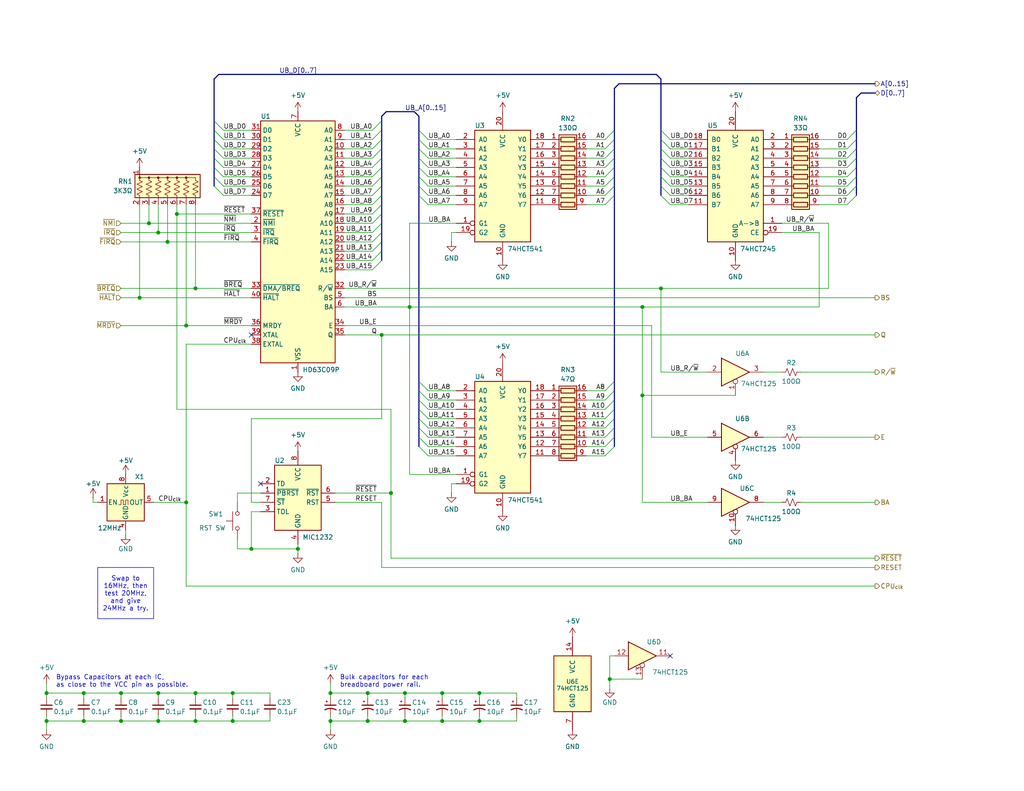
<source format=kicad_sch>
(kicad_sch (version 20250114) (generator "eeschema") (generator_version "9.0")
  (paper "USLetter")
  (title_block (title "CPU - Reset - Bus Buffers") (date "2025-09-13") (rev "2.0") (company "MicroHobbyist") (comment 1 "Frédéric Segard"))
  (text "Bypass Capacitors at each IC,\nas close to the VCC pin as possible." (at 15.24 186.055 0) (effects (font (size 1.27 1.27)) (justify left)))
  (text "Bulk capacitors for each\nbreadboard power rail." (at 92.71 186.055 0) (effects (font (size 1.27 1.27)) (justify left)))
  (text_box "Swap to 16MHz, then test 20MHz, and give 24MHz a try." (at 26.67 154.94 0) (size 15.24 13.97) (margins 0.9525 0.9525 0.9525 0.9525) (effects (font (size 1.27 1.27))))
  (junction (at 81.28 149.86))
  (junction (at 33.02 196.85))
  (junction (at 90.17 196.85))
  (junction (at 106.68 134.62))
  (junction (at 43.18 196.85))
  (junction (at 130.81 189.23))
  (junction (at 120.65 189.23))
  (junction (at 175.26 83.82))
  (junction (at 104.14 91.44))
  (junction (at 166.37 185.42))
  (junction (at 100.33 196.85))
  (junction (at 180.34 78.74))
  (junction (at 53.34 189.23))
  (junction (at 53.34 78.74))
  (junction (at 53.34 196.85))
  (junction (at 12.7 189.23))
  (junction (at 43.18 189.23))
  (junction (at 110.49 189.23))
  (junction (at 111.76 83.82))
  (junction (at 22.86 196.85))
  (junction (at 90.17 189.23))
  (junction (at 38.1 81.28))
  (junction (at 68.58 149.86))
  (junction (at 100.33 189.23))
  (junction (at 130.81 196.85))
  (junction (at 45.72 66.04))
  (junction (at 63.5 189.23))
  (junction (at 43.18 63.5))
  (junction (at 175.26 107.95))
  (junction (at 50.8 137.16))
  (junction (at 22.86 189.23))
  (junction (at 12.7 196.85))
  (junction (at 33.02 189.23))
  (junction (at 63.5 196.85))
  (junction (at 110.49 196.85))
  (junction (at 40.64 60.96))
  (junction (at 48.26 58.42))
  (junction (at 50.8 88.9))
  (junction (at 120.65 196.85))
  (no_connect (at 68.58 91.44))
  (no_connect (at 182.88 179.07))
  (no_connect (at 71.12 132.08))
  (bus_entry (at 58.42 48.26) (size 2.54 2.54))
  (bus_entry (at 180.34 53.34) (size 2.54 2.54))
  (bus_entry (at 101.6 73.66) (size 2.54 -2.54))
  (bus_entry (at 165.1 53.34) (size 2.54 -2.54))
  (bus_entry (at 58.42 45.72) (size 2.54 2.54))
  (bus_entry (at 114.3 111.76) (size 2.54 2.54))
  (bus_entry (at 231.14 48.26) (size 2.54 -2.54))
  (bus_entry (at 114.3 43.18) (size 2.54 2.54))
  (bus_entry (at 180.34 43.18) (size 2.54 2.54))
  (bus_entry (at 180.34 38.1) (size 2.54 2.54))
  (bus_entry (at 165.1 114.3) (size 2.54 -2.54))
  (bus_entry (at 231.14 43.18) (size 2.54 -2.54))
  (bus_entry (at 165.1 43.18) (size 2.54 -2.54))
  (bus_entry (at 165.1 124.46) (size 2.54 -2.54))
  (bus_entry (at 231.14 38.1) (size 2.54 -2.54))
  (bus_entry (at 114.3 38.1) (size 2.54 2.54))
  (bus_entry (at 114.3 114.3) (size 2.54 2.54))
  (bus_entry (at 180.34 45.72) (size 2.54 2.54))
  (bus_entry (at 165.1 38.1) (size 2.54 -2.54))
  (bus_entry (at 101.6 43.18) (size 2.54 -2.54))
  (bus_entry (at 114.3 109.22) (size 2.54 2.54))
  (bus_entry (at 101.6 48.26) (size 2.54 -2.54))
  (bus_entry (at 165.1 106.68) (size 2.54 -2.54))
  (bus_entry (at 101.6 58.42) (size 2.54 -2.54))
  (bus_entry (at 180.34 50.8) (size 2.54 2.54))
  (bus_entry (at 165.1 45.72) (size 2.54 -2.54))
  (bus_entry (at 58.42 43.18) (size 2.54 2.54))
  (bus_entry (at 165.1 48.26) (size 2.54 -2.54))
  (bus_entry (at 114.3 106.68) (size 2.54 2.54))
  (bus_entry (at 114.3 119.38) (size 2.54 2.54))
  (bus_entry (at 165.1 119.38) (size 2.54 -2.54))
  (bus_entry (at 101.6 40.64) (size 2.54 -2.54))
  (bus_entry (at 165.1 40.64) (size 2.54 -2.54))
  (bus_entry (at 180.34 35.56) (size 2.54 2.54))
  (bus_entry (at 58.42 50.8) (size 2.54 2.54))
  (bus_entry (at 58.42 33.02) (size 2.54 2.54))
  (bus_entry (at 114.3 35.56) (size 2.54 2.54))
  (bus_entry (at 180.34 40.64) (size 2.54 2.54))
  (bus_entry (at 58.42 38.1) (size 2.54 2.54))
  (bus_entry (at 58.42 35.56) (size 2.54 2.54))
  (bus_entry (at 114.3 50.8) (size 2.54 2.54))
  (bus_entry (at 101.6 66.04) (size 2.54 -2.54))
  (bus_entry (at 114.3 104.14) (size 2.54 2.54))
  (bus_entry (at 165.1 111.76) (size 2.54 -2.54))
  (bus_entry (at 231.14 45.72) (size 2.54 -2.54))
  (bus_entry (at 165.1 116.84) (size 2.54 -2.54))
  (bus_entry (at 114.3 45.72) (size 2.54 2.54))
  (bus_entry (at 165.1 50.8) (size 2.54 -2.54))
  (bus_entry (at 114.3 116.84) (size 2.54 2.54))
  (bus_entry (at 180.34 48.26) (size 2.54 2.54))
  (bus_entry (at 101.6 45.72) (size 2.54 -2.54))
  (bus_entry (at 114.3 40.64) (size 2.54 2.54))
  (bus_entry (at 101.6 55.88) (size 2.54 -2.54))
  (bus_entry (at 231.14 50.8) (size 2.54 -2.54))
  (bus_entry (at 101.6 71.12) (size 2.54 -2.54))
  (bus_entry (at 114.3 48.26) (size 2.54 2.54))
  (bus_entry (at 231.14 55.88) (size 2.54 -2.54))
  (bus_entry (at 114.3 121.92) (size 2.54 2.54))
  (bus_entry (at 101.6 53.34) (size 2.54 -2.54))
  (bus_entry (at 101.6 60.96) (size 2.54 -2.54))
  (bus_entry (at 231.14 40.64) (size 2.54 -2.54))
  (bus_entry (at 165.1 121.92) (size 2.54 -2.54))
  (bus_entry (at 101.6 35.56) (size 2.54 -2.54))
  (bus_entry (at 231.14 53.34) (size 2.54 -2.54))
  (bus_entry (at 101.6 38.1) (size 2.54 -2.54))
  (bus_entry (at 101.6 63.5) (size 2.54 -2.54))
  (bus_entry (at 165.1 55.88) (size 2.54 -2.54))
  (bus_entry (at 101.6 50.8) (size 2.54 -2.54))
  (bus_entry (at 101.6 68.58) (size 2.54 -2.54))
  (bus_entry (at 114.3 53.34) (size 2.54 2.54))
  (bus_entry (at 165.1 109.22) (size 2.54 -2.54))
  (bus_entry (at 58.42 40.64) (size 2.54 2.54))
  (wire (pts (xy 53.34 195.58) (xy 53.34 196.85)))
  (wire (pts (xy 124.46 124.46) (xy 116.84 124.46)))
  (wire (pts (xy 40.64 55.88) (xy 40.64 60.96)))
  (wire (pts (xy 111.76 60.96) (xy 111.76 83.82)))
  (wire (pts (xy 124.46 119.38) (xy 116.84 119.38)))
  (wire (pts (xy 175.26 83.82) (xy 175.26 107.95)))
  (bus (pts (xy 104.14 38.1) (xy 104.14 40.64)))
  (bus (pts (xy 180.34 21.59) (xy 180.34 35.56)))
  (bus (pts (xy 114.3 116.84) (xy 114.3 119.38)))
  (bus (pts (xy 105.41 30.48) (xy 113.03 30.48)))
  (bus (pts (xy 104.14 43.18) (xy 104.14 45.72)))
  (wire (pts (xy 111.76 83.82) (xy 111.76 129.54)))
  (wire (pts (xy 160.02 106.68) (xy 165.1 106.68)))
  (wire (pts (xy 93.98 88.9) (xy 177.8 88.9)))
  (wire (pts (xy 160.02 40.64) (xy 165.1 40.64)))
  (wire (pts (xy 48.26 58.42) (xy 68.58 58.42)))
  (wire (pts (xy 33.02 78.74) (xy 53.34 78.74)))
  (wire (pts (xy 64.77 149.86) (xy 68.58 149.86)))
  (wire (pts (xy 93.98 50.8) (xy 101.6 50.8)))
  (wire (pts (xy 110.49 196.85) (xy 120.65 196.85)))
  (wire (pts (xy 182.88 53.34) (xy 187.96 53.34)))
  (wire (pts (xy 93.98 71.12) (xy 101.6 71.12)))
  (bus (pts (xy 233.68 26.67) (xy 233.68 35.56)))
  (bus (pts (xy 58.42 40.64) (xy 58.42 38.1)))
  (wire (pts (xy 33.02 189.23) (xy 43.18 189.23)))
  (bus (pts (xy 104.14 33.02) (xy 104.14 35.56)))
  (wire (pts (xy 100.33 189.23) (xy 100.33 190.5)))
  (wire (pts (xy 68.58 139.7) (xy 68.58 149.86)))
  (wire (pts (xy 104.14 91.44) (xy 238.76 91.44)))
  (wire (pts (xy 60.96 48.26) (xy 68.58 48.26)))
  (wire (pts (xy 33.02 60.96) (xy 40.64 60.96)))
  (wire (pts (xy 93.98 83.82) (xy 111.76 83.82)))
  (wire (pts (xy 90.17 189.23) (xy 90.17 190.5)))
  (bus (pts (xy 234.95 25.4) (xy 238.76 25.4)))
  (wire (pts (xy 110.49 189.23) (xy 120.65 189.23)))
  (wire (pts (xy 64.77 134.62) (xy 71.12 134.62)))
  (wire (pts (xy 226.06 60.96) (xy 226.06 78.74)))
  (wire (pts (xy 160.02 45.72) (xy 165.1 45.72)))
  (wire (pts (xy 208.28 119.38) (xy 213.36 119.38)))
  (wire (pts (xy 43.18 63.5) (xy 68.58 63.5)))
  (wire (pts (xy 140.97 189.23) (xy 140.97 190.5)))
  (wire (pts (xy 33.02 81.28) (xy 38.1 81.28)))
  (wire (pts (xy 166.37 185.42) (xy 166.37 187.96)))
  (bus (pts (xy 167.64 53.34) (xy 167.64 50.8)))
  (wire (pts (xy 40.64 60.96) (xy 68.58 60.96)))
  (bus (pts (xy 104.14 58.42) (xy 104.14 60.96)))
  (wire (pts (xy 160.02 111.76) (xy 165.1 111.76)))
  (wire (pts (xy 33.02 189.23) (xy 33.02 190.5)))
  (bus (pts (xy 114.3 35.56) (xy 114.3 38.1)))
  (bus (pts (xy 167.64 121.92) (xy 167.64 119.38)))
  (wire (pts (xy 93.98 60.96) (xy 101.6 60.96)))
  (wire (pts (xy 33.02 66.04) (xy 45.72 66.04)))
  (wire (pts (xy 123.19 63.5) (xy 123.19 66.04)))
  (bus (pts (xy 104.14 31.75) (xy 104.14 33.02)))
  (wire (pts (xy 53.34 189.23) (xy 53.34 190.5)))
  (wire (pts (xy 120.65 196.85) (xy 130.81 196.85)))
  (wire (pts (xy 91.44 134.62) (xy 106.68 134.62)))
  (wire (pts (xy 60.96 43.18) (xy 68.58 43.18)))
  (wire (pts (xy 180.34 78.74) (xy 180.34 101.6)))
  (wire (pts (xy 223.52 53.34) (xy 231.14 53.34)))
  (wire (pts (xy 50.8 55.88) (xy 50.8 88.9)))
  (wire (pts (xy 166.37 185.42) (xy 175.26 185.42)))
  (bus (pts (xy 180.34 50.8) (xy 180.34 48.26)))
  (bus (pts (xy 233.68 35.56) (xy 233.68 38.1)))
  (bus (pts (xy 114.3 31.75) (xy 114.3 35.56)))
  (wire (pts (xy 130.81 189.23) (xy 130.81 190.5)))
  (wire (pts (xy 53.34 189.23) (xy 63.5 189.23)))
  (wire (pts (xy 63.5 196.85) (xy 73.66 196.85)))
  (bus (pts (xy 104.14 53.34) (xy 104.14 55.88)))
  (wire (pts (xy 33.02 195.58) (xy 33.02 196.85)))
  (wire (pts (xy 48.26 55.88) (xy 48.26 58.42)))
  (wire (pts (xy 160.02 116.84) (xy 165.1 116.84)))
  (wire (pts (xy 140.97 195.58) (xy 140.97 196.85)))
  (wire (pts (xy 177.8 119.38) (xy 193.04 119.38)))
  (wire (pts (xy 60.96 50.8) (xy 68.58 50.8)))
  (wire (pts (xy 64.77 134.62) (xy 64.77 137.16)))
  (wire (pts (xy 106.68 111.76) (xy 106.68 134.62)))
  (wire (pts (xy 93.98 81.28) (xy 238.76 81.28)))
  (wire (pts (xy 100.33 189.23) (xy 110.49 189.23)))
  (wire (pts (xy 48.26 58.42) (xy 48.26 111.76)))
  (wire (pts (xy 124.46 53.34) (xy 116.84 53.34)))
  (wire (pts (xy 177.8 88.9) (xy 177.8 119.38)))
  (wire (pts (xy 166.37 179.07) (xy 167.64 179.07)))
  (wire (pts (xy 93.98 35.56) (xy 101.6 35.56)))
  (bus (pts (xy 104.14 60.96) (xy 104.14 63.5)))
  (bus (pts (xy 104.14 66.04) (xy 104.14 68.58)))
  (wire (pts (xy 93.98 63.5) (xy 101.6 63.5)))
  (wire (pts (xy 68.58 114.3) (xy 68.58 137.16)))
  (bus (pts (xy 167.64 104.14) (xy 167.64 53.34)))
  (wire (pts (xy 43.18 189.23) (xy 53.34 189.23)))
  (wire (pts (xy 180.34 101.6) (xy 193.04 101.6)))
  (wire (pts (xy 124.46 48.26) (xy 116.84 48.26)))
  (wire (pts (xy 50.8 93.98) (xy 50.8 137.16)))
  (wire (pts (xy 73.66 195.58) (xy 73.66 196.85)))
  (wire (pts (xy 93.98 55.88) (xy 101.6 55.88)))
  (wire (pts (xy 22.86 196.85) (xy 33.02 196.85)))
  (wire (pts (xy 64.77 147.32) (xy 64.77 149.86)))
  (wire (pts (xy 63.5 189.23) (xy 73.66 189.23)))
  (bus (pts (xy 59.69 20.32) (xy 179.07 20.32)))
  (wire (pts (xy 166.37 179.07) (xy 166.37 185.42)))
  (bus (pts (xy 167.64 45.72) (xy 167.64 43.18)))
  (wire (pts (xy 22.86 195.58) (xy 22.86 196.85)))
  (wire (pts (xy 93.98 91.44) (xy 104.14 91.44)))
  (wire (pts (xy 123.19 132.08) (xy 124.46 132.08)))
  (bus (pts (xy 180.34 48.26) (xy 180.34 45.72)))
  (wire (pts (xy 223.52 50.8) (xy 231.14 50.8)))
  (wire (pts (xy 43.18 196.85) (xy 53.34 196.85)))
  (wire (pts (xy 45.72 55.88) (xy 45.72 66.04)))
  (wire (pts (xy 180.34 78.74) (xy 226.06 78.74)))
  (wire (pts (xy 123.19 132.08) (xy 123.19 134.62)))
  (wire (pts (xy 93.98 38.1) (xy 101.6 38.1)))
  (wire (pts (xy 106.68 152.4) (xy 238.76 152.4)))
  (bus (pts (xy 104.14 48.26) (xy 104.14 50.8)))
  (wire (pts (xy 60.96 40.64) (xy 68.58 40.64)))
  (wire (pts (xy 38.1 55.88) (xy 38.1 81.28)))
  (wire (pts (xy 124.46 114.3) (xy 116.84 114.3)))
  (wire (pts (xy 124.46 38.1) (xy 116.84 38.1)))
  (wire (pts (xy 175.26 107.95) (xy 175.26 137.16)))
  (wire (pts (xy 223.52 45.72) (xy 231.14 45.72)))
  (wire (pts (xy 182.88 45.72) (xy 187.96 45.72)))
  (wire (pts (xy 22.86 189.23) (xy 22.86 190.5)))
  (wire (pts (xy 12.7 189.23) (xy 12.7 190.5)))
  (wire (pts (xy 60.96 53.34) (xy 68.58 53.34)))
  (bus (pts (xy 114.3 43.18) (xy 114.3 45.72)))
  (bus (pts (xy 114.3 53.34) (xy 114.3 104.14)))
  (bus (pts (xy 167.64 109.22) (xy 167.64 106.68)))
  (wire (pts (xy 123.19 63.5) (xy 124.46 63.5)))
  (wire (pts (xy 223.52 63.5) (xy 223.52 83.82)))
  (wire (pts (xy 111.76 129.54) (xy 124.46 129.54)))
  (wire (pts (xy 12.7 196.85) (xy 22.86 196.85)))
  (bus (pts (xy 58.42 48.26) (xy 58.42 45.72)))
  (wire (pts (xy 50.8 160.02) (xy 238.76 160.02)))
  (wire (pts (xy 43.18 189.23) (xy 43.18 190.5)))
  (bus (pts (xy 104.14 45.72) (xy 104.14 48.26)))
  (wire (pts (xy 12.7 189.23) (xy 22.86 189.23)))
  (wire (pts (xy 120.65 195.58) (xy 120.65 196.85)))
  (wire (pts (xy 124.46 55.88) (xy 116.84 55.88)))
  (wire (pts (xy 50.8 93.98) (xy 68.58 93.98)))
  (wire (pts (xy 218.44 119.38) (xy 238.76 119.38)))
  (bus (pts (xy 180.34 53.34) (xy 180.34 50.8)))
  (wire (pts (xy 182.88 50.8) (xy 187.96 50.8)))
  (bus (pts (xy 180.34 40.64) (xy 180.34 38.1)))
  (wire (pts (xy 33.02 88.9) (xy 50.8 88.9)))
  (wire (pts (xy 53.34 78.74) (xy 68.58 78.74)))
  (wire (pts (xy 63.5 189.23) (xy 63.5 190.5)))
  (bus (pts (xy 114.3 104.14) (xy 114.3 106.68)))
  (bus (pts (xy 167.64 106.68) (xy 167.64 104.14)))
  (wire (pts (xy 213.36 60.96) (xy 226.06 60.96)))
  (wire (pts (xy 90.17 186.69) (xy 90.17 189.23)))
  (bus (pts (xy 167.64 35.56) (xy 167.64 24.13)))
  (bus (pts (xy 167.64 50.8) (xy 167.64 48.26)))
  (wire (pts (xy 175.26 137.16) (xy 193.04 137.16)))
  (bus (pts (xy 114.3 119.38) (xy 114.3 121.92)))
  (bus (pts (xy 167.64 38.1) (xy 167.64 35.56)))
  (wire (pts (xy 25.4 135.89) (xy 25.4 137.16)))
  (wire (pts (xy 93.98 66.04) (xy 101.6 66.04)))
  (bus (pts (xy 180.34 38.1) (xy 180.34 35.56)))
  (bus (pts (xy 114.3 48.26) (xy 114.3 50.8)))
  (wire (pts (xy 213.36 63.5) (xy 223.52 63.5)))
  (bus (pts (xy 114.3 109.22) (xy 114.3 111.76)))
  (bus (pts (xy 58.42 38.1) (xy 58.42 35.56)))
  (wire (pts (xy 208.28 101.6) (xy 213.36 101.6)))
  (bus (pts (xy 180.34 21.59) (xy 179.07 20.32)))
  (wire (pts (xy 223.52 43.18) (xy 231.14 43.18)))
  (wire (pts (xy 160.02 50.8) (xy 165.1 50.8)))
  (wire (pts (xy 160.02 121.92) (xy 165.1 121.92)))
  (bus (pts (xy 167.64 114.3) (xy 167.64 111.76)))
  (bus (pts (xy 233.68 40.64) (xy 233.68 43.18)))
  (wire (pts (xy 182.88 48.26) (xy 187.96 48.26)))
  (bus (pts (xy 180.34 45.72) (xy 180.34 43.18)))
  (wire (pts (xy 68.58 114.3) (xy 104.14 114.3)))
  (wire (pts (xy 160.02 119.38) (xy 165.1 119.38)))
  (wire (pts (xy 160.02 43.18) (xy 165.1 43.18)))
  (wire (pts (xy 50.8 88.9) (xy 68.58 88.9)))
  (wire (pts (xy 93.98 53.34) (xy 101.6 53.34)))
  (bus (pts (xy 167.64 111.76) (xy 167.64 109.22)))
  (bus (pts (xy 58.42 21.59) (xy 59.69 20.32)))
  (wire (pts (xy 60.96 38.1) (xy 68.58 38.1)))
  (wire (pts (xy 12.7 186.69) (xy 12.7 189.23)))
  (wire (pts (xy 223.52 40.64) (xy 231.14 40.64)))
  (wire (pts (xy 43.18 195.58) (xy 43.18 196.85)))
  (wire (pts (xy 120.65 189.23) (xy 130.81 189.23)))
  (wire (pts (xy 100.33 196.85) (xy 110.49 196.85)))
  (wire (pts (xy 208.28 137.16) (xy 213.36 137.16)))
  (wire (pts (xy 124.46 109.22) (xy 116.84 109.22)))
  (bus (pts (xy 167.64 119.38) (xy 167.64 116.84)))
  (wire (pts (xy 175.26 107.95) (xy 200.66 107.95)))
  (wire (pts (xy 218.44 101.6) (xy 238.76 101.6)))
  (bus (pts (xy 168.91 22.86) (xy 238.76 22.86)))
  (wire (pts (xy 106.68 134.62) (xy 106.68 152.4)))
  (wire (pts (xy 104.14 91.44) (xy 104.14 114.3)))
  (wire (pts (xy 223.52 38.1) (xy 231.14 38.1)))
  (bus (pts (xy 114.3 106.68) (xy 114.3 109.22)))
  (bus (pts (xy 180.34 43.18) (xy 180.34 40.64)))
  (wire (pts (xy 25.4 137.16) (xy 26.67 137.16)))
  (bus (pts (xy 104.14 50.8) (xy 104.14 53.34)))
  (wire (pts (xy 124.46 45.72) (xy 116.84 45.72)))
  (bus (pts (xy 104.14 31.75) (xy 105.41 30.48)))
  (bus (pts (xy 114.3 45.72) (xy 114.3 48.26)))
  (wire (pts (xy 182.88 43.18) (xy 187.96 43.18)))
  (wire (pts (xy 91.44 137.16) (xy 104.14 137.16)))
  (wire (pts (xy 218.44 137.16) (xy 238.76 137.16)))
  (wire (pts (xy 110.49 195.58) (xy 110.49 196.85)))
  (wire (pts (xy 93.98 68.58) (xy 101.6 68.58)))
  (bus (pts (xy 233.68 45.72) (xy 233.68 48.26)))
  (wire (pts (xy 90.17 195.58) (xy 90.17 196.85)))
  (bus (pts (xy 233.68 26.67) (xy 234.95 25.4)))
  (wire (pts (xy 93.98 43.18) (xy 101.6 43.18)))
  (wire (pts (xy 33.02 196.85) (xy 43.18 196.85)))
  (wire (pts (xy 33.02 63.5) (xy 43.18 63.5)))
  (wire (pts (xy 93.98 45.72) (xy 101.6 45.72)))
  (wire (pts (xy 90.17 196.85) (xy 90.17 199.39)))
  (wire (pts (xy 160.02 53.34) (xy 165.1 53.34)))
  (bus (pts (xy 114.3 111.76) (xy 114.3 114.3)))
  (bus (pts (xy 167.64 48.26) (xy 167.64 45.72)))
  (wire (pts (xy 43.18 55.88) (xy 43.18 63.5)))
  (bus (pts (xy 233.68 38.1) (xy 233.68 40.64)))
  (wire (pts (xy 104.14 154.94) (xy 238.76 154.94)))
  (wire (pts (xy 68.58 137.16) (xy 71.12 137.16)))
  (wire (pts (xy 111.76 60.96) (xy 124.46 60.96)))
  (bus (pts (xy 58.42 35.56) (xy 58.42 33.02)))
  (wire (pts (xy 48.26 111.76) (xy 106.68 111.76)))
  (bus (pts (xy 104.14 55.88) (xy 104.14 58.42)))
  (bus (pts (xy 104.14 63.5) (xy 104.14 66.04)))
  (wire (pts (xy 160.02 55.88) (xy 165.1 55.88)))
  (wire (pts (xy 160.02 124.46) (xy 165.1 124.46)))
  (bus (pts (xy 58.42 50.8) (xy 58.42 48.26)))
  (bus (pts (xy 114.3 50.8) (xy 114.3 53.34)))
  (wire (pts (xy 223.52 55.88) (xy 231.14 55.88)))
  (bus (pts (xy 167.64 116.84) (xy 167.64 114.3)))
  (wire (pts (xy 53.34 55.88) (xy 53.34 78.74)))
  (wire (pts (xy 130.81 195.58) (xy 130.81 196.85)))
  (bus (pts (xy 233.68 50.8) (xy 233.68 53.34)))
  (wire (pts (xy 93.98 73.66) (xy 101.6 73.66)))
  (wire (pts (xy 81.28 151.13) (xy 81.28 149.86)))
  (wire (pts (xy 160.02 38.1) (xy 165.1 38.1)))
  (bus (pts (xy 233.68 48.26) (xy 233.68 50.8)))
  (bus (pts (xy 114.3 114.3) (xy 114.3 116.84)))
  (wire (pts (xy 93.98 58.42) (xy 101.6 58.42)))
  (wire (pts (xy 45.72 66.04) (xy 68.58 66.04)))
  (wire (pts (xy 111.76 83.82) (xy 175.26 83.82)))
  (wire (pts (xy 81.28 149.86) (xy 81.28 148.59)))
  (wire (pts (xy 124.46 111.76) (xy 116.84 111.76)))
  (wire (pts (xy 175.26 83.82) (xy 223.52 83.82)))
  (wire (pts (xy 12.7 195.58) (xy 12.7 196.85)))
  (wire (pts (xy 90.17 196.85) (xy 100.33 196.85)))
  (wire (pts (xy 68.58 149.86) (xy 81.28 149.86)))
  (wire (pts (xy 130.81 196.85) (xy 140.97 196.85)))
  (wire (pts (xy 22.86 189.23) (xy 33.02 189.23)))
  (wire (pts (xy 160.02 114.3) (xy 165.1 114.3)))
  (wire (pts (xy 160.02 48.26) (xy 165.1 48.26)))
  (bus (pts (xy 114.3 31.75) (xy 113.03 30.48)))
  (wire (pts (xy 182.88 55.88) (xy 187.96 55.88)))
  (bus (pts (xy 233.68 43.18) (xy 233.68 45.72)))
  (wire (pts (xy 68.58 139.7) (xy 71.12 139.7)))
  (bus (pts (xy 104.14 35.56) (xy 104.14 38.1)))
  (wire (pts (xy 93.98 48.26) (xy 101.6 48.26)))
  (wire (pts (xy 124.46 116.84) (xy 116.84 116.84)))
  (wire (pts (xy 90.17 189.23) (xy 100.33 189.23)))
  (bus (pts (xy 104.14 68.58) (xy 104.14 71.12)))
  (bus (pts (xy 114.3 38.1) (xy 114.3 40.64)))
  (bus (pts (xy 167.64 40.64) (xy 167.64 38.1)))
  (wire (pts (xy 50.8 137.16) (xy 50.8 160.02)))
  (wire (pts (xy 182.88 40.64) (xy 187.96 40.64)))
  (wire (pts (xy 38.1 81.28) (xy 68.58 81.28)))
  (bus (pts (xy 58.42 33.02) (xy 58.42 21.59)))
  (bus (pts (xy 114.3 40.64) (xy 114.3 43.18)))
  (wire (pts (xy 60.96 45.72) (xy 68.58 45.72)))
  (wire (pts (xy 182.88 38.1) (xy 187.96 38.1)))
  (bus (pts (xy 167.64 24.13) (xy 168.91 22.86)))
  (bus (pts (xy 167.64 43.18) (xy 167.64 40.64)))
  (wire (pts (xy 53.34 196.85) (xy 63.5 196.85)))
  (wire (pts (xy 110.49 189.23) (xy 110.49 190.5)))
  (bus (pts (xy 104.14 40.64) (xy 104.14 43.18)))
  (wire (pts (xy 12.7 196.85) (xy 12.7 199.39)))
  (wire (pts (xy 124.46 121.92) (xy 116.84 121.92)))
  (wire (pts (xy 160.02 109.22) (xy 165.1 109.22)))
  (wire (pts (xy 124.46 43.18) (xy 116.84 43.18)))
  (wire (pts (xy 104.14 137.16) (xy 104.14 154.94)))
  (wire (pts (xy 124.46 40.64) (xy 116.84 40.64)))
  (wire (pts (xy 34.29 146.05) (xy 34.29 144.78)))
  (wire (pts (xy 60.96 35.56) (xy 68.58 35.56)))
  (wire (pts (xy 124.46 50.8) (xy 116.84 50.8)))
  (wire (pts (xy 73.66 189.23) (xy 73.66 190.5)))
  (wire (pts (xy 120.65 189.23) (xy 120.65 190.5)))
  (wire (pts (xy 93.98 78.74) (xy 180.34 78.74)))
  (wire (pts (xy 130.81 189.23) (xy 140.97 189.23)))
  (wire (pts (xy 41.91 137.16) (xy 50.8 137.16)))
  (wire (pts (xy 93.98 40.64) (xy 101.6 40.64)))
  (wire (pts (xy 63.5 195.58) (xy 63.5 196.85)))
  (wire (pts (xy 100.33 195.58) (xy 100.33 196.85)))
  (wire (pts (xy 124.46 106.68) (xy 116.84 106.68)))
  (bus (pts (xy 58.42 43.18) (xy 58.42 40.64)))
  (bus (pts (xy 58.42 45.72) (xy 58.42 43.18)))
  (wire (pts (xy 223.52 48.26) (xy 231.14 48.26)))
  (label "UB_A[0..15]" (at 110.49 30.48 0))
  (label "UB_R{slash}~{W}" (at 182.88 101.6 0))
  (label "UB_A5" (at 116.84 50.8 0))
  (label "UB_E" (at 182.88 119.38 0))
  (label "UB_D4" (at 60.96 45.72 0))
  (label "A13" (at 165.1 119.38 180))
  (label "UB_R{slash}~{W}" (at 222.25 60.96 180))
  (label "Q" (at 102.87 91.44 180))
  (label "RESET" (at 102.87 137.16 180))
  (label "A14" (at 165.1 121.92 180))
  (label "UB_BA" (at 116.84 60.96 0))
  (label "UB_A6" (at 116.84 53.34 0))
  (label "D0" (at 231.14 38.1 180))
  (label "~{HALT}" (at 60.96 81.28 0))
  (label "UB_A4" (at 116.84 48.26 0))
  (label "UB_A15" (at 116.84 124.46 0))
  (label "UB_A1" (at 101.6 38.1 180))
  (label "UB_A7" (at 116.84 55.88 0))
  (label "~{NMI}" (at 60.96 60.96 0))
  (label "~{MRDY}" (at 60.96 88.9 0))
  (label "A0" (at 165.1 38.1 180))
  (label "UB_D2" (at 182.88 43.18 0))
  (label "UB_A2" (at 101.6 40.64 180))
  (label "UB_A5" (at 101.6 48.26 180))
  (label "UB_A13" (at 101.6 68.58 180))
  (label "UB_D7" (at 60.96 53.34 0))
  (label "UB_D4" (at 182.88 48.26 0))
  (label "UB_D3" (at 60.96 43.18 0))
  (label "UB_A11" (at 101.6 63.5 180))
  (label "UB_D7" (at 182.88 55.88 0))
  (label "~{IRQ}" (at 60.96 63.5 0))
  (label "UB_A3" (at 116.84 45.72 0))
  (label "UB_BA" (at 102.87 83.82 180))
  (label "UB_A12" (at 116.84 116.84 0))
  (label "UB_BA" (at 222.25 63.5 180))
  (label "UB_D1" (at 60.96 38.1 0))
  (label "~{FIRQ}" (at 60.96 66.04 0))
  (label "UB_A10" (at 116.84 111.76 0))
  (label "UB_A8" (at 116.84 106.68 0))
  (label "A4" (at 165.1 48.26 180))
  (label "UB_A7" (at 101.6 53.34 180))
  (label "D4" (at 231.14 48.26 180))
  (label "D6" (at 231.14 53.34 180))
  (label "A2" (at 165.1 43.18 180))
  (label "UB_E" (at 102.87 88.9 180))
  (label "UB_A11" (at 116.84 114.3 0))
  (label "A3" (at 165.1 45.72 180))
  (label "UB_D1" (at 182.88 40.64 0))
  (label "UB_A8" (at 101.6 55.88 180))
  (label "UB_A14" (at 116.84 121.92 0))
  (label "UB_D0" (at 60.96 35.56 0))
  (label "D2" (at 231.14 43.18 180))
  (label "UB_A15" (at 101.6 73.66 180))
  (label "UB_D6" (at 60.96 50.8 0))
  (label "UB_D[0..7]" (at 76.2 20.32 0))
  (label "A12" (at 165.1 116.84 180))
  (label "A9" (at 165.1 109.22 180))
  (label "A1" (at 165.1 40.64 180))
  (label "BS" (at 102.87 81.28 180))
  (label "D7" (at 231.14 55.88 180))
  (label "UB_A0" (at 116.84 38.1 0))
  (label "A15" (at 165.1 124.46 180))
  (label "UB_A2" (at 116.84 43.18 0))
  (label "D1" (at 231.14 40.64 180))
  (label "A7" (at 165.1 55.88 180))
  (label "UB_A10" (at 101.6 60.96 180))
  (label "UB_BA" (at 116.84 129.54 0))
  (label "A10" (at 165.1 111.76 180))
  (label "UB_A6" (at 101.6 50.8 180))
  (label "UB_A14" (at 101.6 71.12 180))
  (label "UB_A3" (at 101.6 43.18 180))
  (label "UB_BA" (at 182.88 137.16 0))
  (label "UB_D3" (at 182.88 45.72 0))
  (label "UB_A0" (at 101.6 35.56 180))
  (label "UB_D2" (at 60.96 40.64 0))
  (label "UB_A1" (at 116.84 40.64 0))
  (label "UB_A9" (at 116.84 109.22 0))
  (label "UB_D0" (at 182.88 38.1 0))
  (label "~{BREQ}" (at 60.96 78.74 0))
  (label "UB_A9" (at 101.6 58.42 180))
  (label "A11" (at 165.1 114.3 180))
  (label "~{RESET}" (at 102.87 134.62 180))
  (label "A5" (at 165.1 50.8 180))
  (label "A6" (at 165.1 53.34 180))
  (label "D3" (at 231.14 45.72 180))
  (label "UB_D5" (at 182.88 50.8 0))
  (label "CPU_{clk}" (at 60.96 93.98 0))
  (label "UB_D5" (at 60.96 48.26 0))
  (label "UB_R{slash}~{W}" (at 102.87 78.74 180))
  (label "UB_A12" (at 101.6 66.04 180))
  (label "UB_A4" (at 101.6 45.72 180))
  (label "CPU_{clk}" (at 43.18 137.16 0))
  (label "A8" (at 165.1 106.68 180))
  (label "UB_D6" (at 182.88 53.34 0))
  (label "D5" (at 231.14 50.8 180))
  (label "UB_A13" (at 116.84 119.38 0))
  (label "~{RESET}" (at 60.96 58.42 0))
  (hierarchical_label "R{slash}~{W}" (shape output) (at 238.76 101.6 0))
  (hierarchical_label "BS" (shape output) (at 238.76 81.28 0))
  (hierarchical_label "~{MRDY}" (shape input) (at 33.02 88.9 180))
  (hierarchical_label "E" (shape output) (at 238.76 119.38 0))
  (hierarchical_label "A[0..15]" (shape output) (at 238.76 22.86 0))
  (hierarchical_label "~{NMI}" (shape input) (at 33.02 60.96 180))
  (hierarchical_label "CPU_{clk}" (shape output) (at 238.76 160.02 0))
  (hierarchical_label "~{BREQ}" (shape input) (at 33.02 78.74 180))
  (hierarchical_label "Q" (shape output) (at 238.76 91.44 0))
  (hierarchical_label "~{RESET}" (shape output) (at 238.76 152.4 0))
  (hierarchical_label "D[0..7]" (shape bidirectional) (at 238.76 25.4 0))
  (hierarchical_label "~{FIRQ}" (shape input) (at 33.02 66.04 180))
  (hierarchical_label "RESET" (shape output) (at 238.76 154.94 0))
  (hierarchical_label "BA" (shape output) (at 238.76 137.16 0))
  (hierarchical_label "~{HALT}" (shape input) (at 33.02 81.28 180))
  (hierarchical_label "~{IRQ}" (shape input) (at 33.02 63.5 180))
  (symbol (lib_id "power:GND") (at 34.29 146.05 0) (unit 1)
    (property "Reference" "#PWR047" (effects (hide yes)))
    (property "Value" "GND" (at 34.29 149.86 0))
    (property "Description" "Power symbol creates a global label with name \"GND\" , ground" (effects (hide yes)))
  )
  (symbol (lib_id "power:GND") (at 81.28 151.13 0) (unit 1)
    (property "Reference" "#PWR014" (effects (hide yes)))
    (property "Value" "GND" (at 81.28 155.575 0))
    (property "Description" "Power symbol creates a global label with name \"GND\" , ground" (effects (hide yes)))
  )
  (symbol (lib_id "MicroHobbyist:MIC1232") (at 81.28 127 0) (unit 1)
    (property "Reference" "U2" (at 74.93 125.73 0) (effects (justify left)))
    (property "Value" "MIC1232" (at 82.55 146.685 0) (effects (justify left)))
    (property "Footprint" "Package_DIP:DIP-8_W7.62mm_Socket" (effects (hide yes)))
    (property "Datasheet" "https://ww1.microchip.com/downloads/aemDocuments/documents/APID/ProductDocuments/DataSheets/MIC1232-5V-Voltage-Supervisor-with-Manual-Reset-Watchdog-Timer-and-Dual-Reset-Outputs-DS20006726.pdf" (effects (hide yes)))
    (property "Description" "5V Voltage Supervisor with Manual Reset, Watchdog Timer, and Dual Reset Outputs" (effects (hide yes)))
  )
  (symbol (lib_id "power:GND") (at 200.66 143.51 0) (unit 1)
    (property "Reference" "#PWR026" (effects (hide yes)))
    (property "Value" "GND" (at 200.66 147.955 0))
    (property "Description" "Power symbol creates a global label with name \"GND\" , ground" (effects (hide yes)))
  )
  (symbol (lib_id "power:GND") (at 12.7 199.39 0) (unit 1)
    (property "Reference" "#PWR09" (effects (hide yes)))
    (property "Value" "GND" (at 12.7 203.835 0))
    (property "Description" "Power symbol creates a global label with name \"GND\" , ground" (effects (hide yes)))
  )
  (symbol (lib_id "Device:C_Polarized_Small_US") (at 90.17 193.04 0) (unit 1)
    (property "Reference" "C12" (at 92.075 191.77 0) (effects (justify left)))
    (property "Value" "10µF" (at 92.075 194.31 0) (effects (justify left)))
    (property "Description" "Polarized capacitor, small US symbol" (effects (hide yes)))
  )
  (symbol (lib_id "power:GND") (at 156.21 199.39 0) (unit 1)
    (property "Reference" "#PWR029" (effects (hide yes)))
    (property "Value" "GND" (at 156.21 203.835 0))
    (property "Description" "Power symbol creates a global label with name \"GND\" , ground" (effects (hide yes)))
  )
  (symbol (lib_id "74xx:74LS125") (at 175.26 179.07 0) (unit 4)
    (property "Reference" "U6" (at 178.435 175.26 0))
    (property "Value" "74HCT125" (at 182.88 183.515 0))
    (property "Datasheet" "http://www.ti.com/lit/gpn/sn74LS125" (effects (hide yes)))
    (property "Description" "Quad buffer 3-State outputs" (effects (hide yes)))
  )
  (symbol (lib_id "Device:R_Pack08") (at 218.44 48.26 270) (unit 1)
    (property "Reference" "RN4" (at 218.44 32.385 90))
    (property "Value" "33Ω" (at 218.44 34.925 90))
    (property "Footprint" "Package_DIP:DIP-16_W7.62mm" (effects (hide yes)))
    (property "Description" "8 resistor network, parallel topology" (effects (hide yes)))
  )
  (symbol (lib_id "Device:C_Small") (at 73.66 193.04 0) (unit 1)
    (property "Reference" "C23" (at 75.565 191.77 0) (effects (justify left)))
    (property "Value" "0.1µF" (at 75.565 194.31 0) (effects (justify left)))
    (property "Description" "Unpolarized capacitor, small symbol" (effects (hide yes)))
  )
  (symbol (lib_id "power:GND") (at 123.19 66.04 0) (unit 1)
    (property "Reference" "#PWR017" (effects (hide yes)))
    (property "Value" "GND" (at 123.19 70.485 0))
    (property "Description" "Power symbol creates a global label with name \"GND\" , ground" (effects (hide yes)))
  )
  (symbol (lib_id "power:GND") (at 137.16 71.12 0) (unit 1)
    (property "Reference" "#PWR020" (effects (hide yes)))
    (property "Value" "GND" (at 137.16 75.565 0))
    (property "Description" "Power symbol creates a global label with name \"GND\" , ground" (effects (hide yes)))
  )
  (symbol (lib_id "CPU_NXP_6800:MC6809") (at 81.28 66.04 0) (unit 1)
    (property "Reference" "U1" (at 71.12 31.75 0) (effects (justify left)))
    (property "Value" "HD63C09P" (at 82.55 100.965 0) (effects (justify left)))
    (property "Footprint" "Package_DIP:DIP-40_W15.24mm_Socket" (effects (hide yes)))
    (property "Datasheet" "https://www.alldatasheet.com/datasheet-pdf/view/87219/HITACHI/HD63C09.html" (effects (hide yes)))
    (property "Description" "8-Bit Microprocessing unit 3.0MHz, DIP-40" (effects (hide yes)))
  )
  (symbol (lib_id "power:+5V") (at 12.7 186.69 0) (unit 1)
    (property "Reference" "#PWR08" (effects (hide yes)))
    (property "Value" "+5V" (at 12.7 182.245 0))
    (property "Description" "Power symbol creates a global label with name \"+5V\"" (effects (hide yes)))
  )
  (symbol (lib_id "power:+5V") (at 38.1 45.72 0) (unit 1)
    (property "Reference" "#PWR010" (effects (hide yes)))
    (property "Value" "+5V" (at 38.1 41.275 0))
    (property "Description" "Power symbol creates a global label with name \"+5V\"" (effects (hide yes)))
  )
  (symbol (lib_id "power:+5V") (at 81.28 30.48 0) (unit 1)
    (property "Reference" "#PWR011" (effects (hide yes)))
    (property "Value" "+5V" (at 81.28 26.035 0))
    (property "Description" "Power symbol creates a global label with name \"+5V\"" (effects (hide yes)))
  )
  (symbol (lib_id "Device:R_Small_US") (at 215.9 101.6 90) (unit 1)
    (property "Reference" "R2" (at 215.9 99.06 90))
    (property "Value" "100Ω" (at 215.9 104.14 90))
    (property "Description" "Resistor, small US symbol" (effects (hide yes)))
  )
  (symbol (lib_id "74xx:74LS125") (at 200.66 101.6 0) (unit 1)
    (property "Reference" "U6" (at 202.565 96.52 0))
    (property "Value" "74HCT125" (at 207.01 104.775 0))
    (property "Datasheet" "http://www.ti.com/lit/gpn/sn74LS125" (effects (hide yes)))
    (property "Description" "Quad buffer 3-State outputs" (effects (hide yes)))
  )
  (symbol (lib_id "74xx:74LS125") (at 200.66 137.16 0) (unit 3)
    (property "Reference" "U6" (at 203.835 133.35 0))
    (property "Value" "74HCT125" (at 208.28 141.605 0))
    (property "Datasheet" "http://www.ti.com/lit/gpn/sn74LS125" (effects (hide yes)))
    (property "Description" "Quad buffer 3-State outputs" (effects (hide yes)))
  )
  (symbol (lib_id "power:+5V") (at 200.66 30.48 0) (unit 1)
    (property "Reference" "#PWR023" (effects (hide yes)))
    (property "Value" "+5V" (at 200.66 26.035 0))
    (property "Description" "Power symbol creates a global label with name \"+5V\"" (effects (hide yes)))
  )
  (symbol (lib_id "power:+5V") (at 81.28 123.19 0) (unit 1)
    (property "Reference" "#PWR013" (effects (hide yes)))
    (property "Value" "+5V" (at 81.28 118.745 0))
    (property "Description" "Power symbol creates a global label with name \"+5V\"" (effects (hide yes)))
  )
  (symbol (lib_id "power:GND") (at 90.17 199.39 0) (unit 1)
    (property "Reference" "#PWR016" (effects (hide yes)))
    (property "Value" "GND" (at 90.17 203.835 0))
    (property "Description" "Power symbol creates a global label with name \"GND\" , ground" (effects (hide yes)))
  )
  (symbol (lib_id "power:+5V") (at 137.16 99.06 0) (unit 1)
    (property "Reference" "#PWR021" (effects (hide yes)))
    (property "Value" "+5V" (at 137.16 94.615 0))
    (property "Description" "Power symbol creates a global label with name \"+5V\"" (effects (hide yes)))
  )
  (symbol (lib_id "power:+5V") (at 25.4 135.89 0) (unit 1)
    (property "Reference" "#PWR048" (effects (hide yes)))
    (property "Value" "+5V" (at 25.4 132.08 0))
    (property "Description" "Power symbol creates a global label with name \"+5V\"" (effects (hide yes)))
  )
  (symbol (lib_id "power:GND") (at 81.28 101.6 0) (unit 1)
    (property "Reference" "#PWR012" (effects (hide yes)))
    (property "Value" "GND" (at 81.28 106.045 0))
    (property "Description" "Power symbol creates a global label with name \"GND\" , ground" (effects (hide yes)))
  )
  (symbol (lib_id "Device:R_Network07_US") (at 45.72 50.8 0) (unit 1)
    (property "Reference" "RN1" (at 36.195 49.53 0) (effects (justify right)))
    (property "Value" "3K3Ω" (at 36.195 52.07 0) (effects (justify right)))
    (property "Footprint" "Resistor_THT:R_Array_SIP8" (effects (hide yes)))
    (property "Datasheet" "http://www.vishay.com/docs/31509/csc.pdf" (effects (hide yes)))
    (property "Description" "7 resistor network, star topology, bussed resistors, small US symbol" (effects (hide yes)))
  )
  (symbol (lib_id "Device:R_Pack08") (at 154.94 48.26 270) (unit 1)
    (property "Reference" "RN2" (at 154.94 32.385 90))
    (property "Value" "130Ω" (at 154.94 34.925 90))
    (property "Footprint" "Package_DIP:DIP-16_W7.62mm" (effects (hide yes)))
    (property "Description" "8 resistor network, parallel topology" (effects (hide yes)))
  )
  (symbol (lib_id "Device:C_Small") (at 12.7 193.04 0) (unit 1)
    (property "Reference" "C6" (at 14.605 191.77 0) (effects (justify left)))
    (property "Value" "0.1µF" (at 14.605 194.31 0) (effects (justify left)))
    (property "Description" "Unpolarized capacitor, small symbol" (effects (hide yes)))
  )
  (symbol (lib_id "Device:R_Small_US") (at 215.9 119.38 90) (unit 1)
    (property "Reference" "R3" (at 215.9 116.84 90))
    (property "Value" "100Ω" (at 215.9 121.92 90))
    (property "Description" "Resistor, small US symbol" (effects (hide yes)))
  )
  (symbol (lib_id "74xx:74HC245") (at 200.66 50.8 0) (mirror y) (unit 1)
    (property "Reference" "U5" (at 193.04 34.29 0) (effects (justify right)))
    (property "Value" "74HCT245" (at 201.93 67.945 0) (effects (justify right)))
    (property "Footprint" "Package_DIP:DIP-20_W7.62mm_Socket" (effects (hide yes)))
    (property "Datasheet" "http://www.ti.com/lit/gpn/sn74HC245" (effects (hide yes)))
    (property "Description" "Octal BUS Transceivers, 3-State outputs" (effects (hide yes)))
  )
  (symbol (lib_id "Device:C_Polarized_Small_US") (at 130.81 193.04 0) (unit 1)
    (property "Reference" "C16" (at 132.715 191.77 0) (effects (justify left)))
    (property "Value" "10µF" (at 132.715 194.31 0) (effects (justify left)))
    (property "Description" "Polarized capacitor, small US symbol" (effects (hide yes)))
  )
  (symbol (lib_id "Device:C_Polarized_Small_US") (at 120.65 193.04 0) (unit 1)
    (property "Reference" "C15" (at 122.555 191.77 0) (effects (justify left)))
    (property "Value" "10µF" (at 122.555 194.31 0) (effects (justify left)))
    (property "Description" "Polarized capacitor, small US symbol" (effects (hide yes)))
  )
  (symbol (lib_id "power:+5V") (at 156.21 173.99 0) (unit 1)
    (property "Reference" "#PWR028" (effects (hide yes)))
    (property "Value" "+5V" (at 156.21 169.545 0))
    (property "Description" "Power symbol creates a global label with name \"+5V\"" (effects (hide yes)))
  )
  (symbol (lib_id "74xx:74LS125") (at 156.21 186.69 0) (unit 5)
    (property "Reference" "U6" (at 156.21 185.42 0) (effects (font (size 1.143 1.143)) (justify top)))
    (property "Value" "74HCT125" (at 156.21 188.595 0) (effects (font (size 1.143 1.143)) (justify bottom)))
    (property "Datasheet" "http://www.ti.com/lit/gpn/sn74LS125" (effects (hide yes)))
    (property "Description" "Quad buffer 3-State outputs" (effects (hide yes)))
  )
  (symbol (lib_id "power:+5V") (at 137.16 30.48 0) (unit 1)
    (property "Reference" "#PWR019" (effects (hide yes)))
    (property "Value" "+5V" (at 137.16 26.035 0))
    (property "Description" "Power symbol creates a global label with name \"+5V\"" (effects (hide yes)))
  )
  (symbol (lib_id "Device:C_Polarized_Small_US") (at 100.33 193.04 0) (unit 1)
    (property "Reference" "C13" (at 102.235 191.77 0) (effects (justify left)))
    (property "Value" "10µF" (at 102.235 194.31 0) (effects (justify left)))
    (property "Description" "Polarized capacitor, small US symbol" (effects (hide yes)))
  )
  (symbol (lib_id "Device:C_Polarized_Small_US") (at 110.49 193.04 0) (unit 1)
    (property "Reference" "C14" (at 112.395 191.77 0) (effects (justify left)))
    (property "Value" "10µF" (at 112.395 194.31 0) (effects (justify left)))
    (property "Description" "Polarized capacitor, small US symbol" (effects (hide yes)))
  )
  (symbol (lib_id "Oscillator:CXO_DIP8") (at 34.29 137.16 0) (unit 1)
    (property "Reference" "X1" (at 38.1 130.175 0))
    (property "Value" "12MHz" (at 26.67 144.145 0) (effects (justify left)))
    (property "Footprint" "Oscillator:Oscillator_DIP-8" (effects (hide yes)))
    (property "Datasheet" "http://cdn-reichelt.de/documents/datenblatt/B400/OSZI.pdf" (effects (hide yes)))
    (property "Description" "Crystal Clock Oscillator, DIP8-style metal package" (effects (hide yes)))
  )
  (symbol (lib_id "power:GND") (at 200.66 71.12 0) (unit 1)
    (property "Reference" "#PWR024" (effects (hide yes)))
    (property "Value" "GND" (at 200.66 75.565 0))
    (property "Description" "Power symbol creates a global label with name \"GND\" , ground" (effects (hide yes)))
  )
  (symbol (lib_id "Device:C_Small") (at 63.5 193.04 0) (unit 1)
    (property "Reference" "C11" (at 65.405 191.77 0) (effects (justify left)))
    (property "Value" "0.1µF" (at 65.405 194.31 0) (effects (justify left)))
    (property "Description" "Unpolarized capacitor, small symbol" (effects (hide yes)))
  )
  (symbol (lib_id "Device:C_Small") (at 33.02 193.04 0) (unit 1)
    (property "Reference" "C8" (at 34.925 191.77 0) (effects (justify left)))
    (property "Value" "0.1µF" (at 34.925 194.31 0) (effects (justify left)))
    (property "Description" "Unpolarized capacitor, small symbol" (effects (hide yes)))
  )
  (symbol (lib_id "Device:C_Polarized_Small_US") (at 140.97 193.04 0) (unit 1)
    (property "Reference" "C17" (at 142.875 191.77 0) (effects (justify left)))
    (property "Value" "10µF" (at 142.875 194.31 0) (effects (justify left)))
    (property "Description" "Polarized capacitor, small US symbol" (effects (hide yes)))
  )
  (symbol (lib_id "Device:C_Small") (at 22.86 193.04 0) (unit 1)
    (property "Reference" "C7" (at 24.765 191.77 0) (effects (justify left)))
    (property "Value" "0.1µF" (at 24.765 194.31 0) (effects (justify left)))
    (property "Description" "Unpolarized capacitor, small symbol" (effects (hide yes)))
  )
  (symbol (lib_id "74xx:74HCT541") (at 137.16 119.38 0) (unit 1)
    (property "Reference" "U4" (at 129.54 102.87 0) (effects (justify left)))
    (property "Value" "74HCT541" (at 138.43 136.525 0) (effects (justify left)))
    (property "Footprint" "Package_DIP:DIP-20_W7.62mm_Socket" (effects (hide yes)))
    (property "Datasheet" "http://www.ti.com/lit/gpn/sn74HCT541" (effects (hide yes)))
    (property "Description" "8-bit Buffer/Line Driver 3-state outputs" (effects (hide yes)))
  )
  (symbol (lib_name "74HCT541_1") (lib_id "74xx:74HCT541") (at 137.16 50.8 0) (unit 1)
    (property "Reference" "U3" (at 129.54 34.29 0) (effects (justify left)))
    (property "Value" "74HCT541" (at 138.43 67.945 0) (effects (justify left)))
    (property "Footprint" "Package_DIP:DIP-20_W7.62mm_Socket" (effects (hide yes)))
    (property "Datasheet" "http://www.ti.com/lit/gpn/sn74HCT541" (effects (hide yes)))
    (property "Description" "8-bit Buffer/Line Driver 3-state outputs" (effects (hide yes)))
  )
  (symbol (lib_id "Switch:SW_Push") (at 64.77 142.24 90) (unit 1)
    (property "Reference" "SW1" (at 60.96 140.335 90) (effects (justify left)))
    (property "Value" "RST SW" (at 61.595 144.145 90) (effects (justify left)))
    (property "Description" "Push button switch, generic, two pins" (effects (hide yes)))
  )
  (symbol (lib_id "power:+5V") (at 90.17 186.69 0) (unit 1)
    (property "Reference" "#PWR015" (effects (hide yes)))
    (property "Value" "+5V" (at 90.17 182.245 0))
    (property "Description" "Power symbol creates a global label with name \"+5V\"" (effects (hide yes)))
  )
  (symbol (lib_id "74xx:74LS125") (at 200.66 119.38 0) (unit 2)
    (property "Reference" "U6" (at 202.565 114.3 0))
    (property "Value" "74HCT125" (at 207.01 122.555 0))
    (property "Datasheet" "http://www.ti.com/lit/gpn/sn74LS125" (effects (hide yes)))
    (property "Description" "Quad buffer 3-State outputs" (effects (hide yes)))
  )
  (symbol (lib_id "power:GND") (at 137.16 139.7 0) (unit 1)
    (property "Reference" "#PWR022" (effects (hide yes)))
    (property "Value" "GND" (at 137.16 144.145 0))
    (property "Description" "Power symbol creates a global label with name \"GND\" , ground" (effects (hide yes)))
  )
  (symbol (lib_id "power:GND") (at 200.66 125.73 0) (unit 1)
    (property "Reference" "#PWR025" (effects (hide yes)))
    (property "Value" "GND" (at 200.66 130.175 0))
    (property "Description" "Power symbol creates a global label with name \"GND\" , ground" (effects (hide yes)))
  )
  (symbol (lib_id "Device:C_Small") (at 53.34 193.04 0) (unit 1)
    (property "Reference" "C10" (at 55.245 191.77 0) (effects (justify left)))
    (property "Value" "0.1µF" (at 55.245 194.31 0) (effects (justify left)))
    (property "Description" "Unpolarized capacitor, small symbol" (effects (hide yes)))
  )
  (symbol (lib_id "Device:C_Small") (at 43.18 193.04 0) (unit 1)
    (property "Reference" "C9" (at 45.085 191.77 0) (effects (justify left)))
    (property "Value" "0.1µF" (at 45.085 194.31 0) (effects (justify left)))
    (property "Description" "Unpolarized capacitor, small symbol" (effects (hide yes)))
  )
  (symbol (lib_id "Device:R_Small_US") (at 215.9 137.16 90) (unit 1)
    (property "Reference" "R4" (at 215.9 134.62 90))
    (property "Value" "100Ω" (at 215.9 139.7 90))
    (property "Description" "Resistor, small US symbol" (effects (hide yes)))
  )
  (symbol (lib_id "power:GND") (at 123.19 134.62 0) (unit 1)
    (property "Reference" "#PWR018" (effects (hide yes)))
    (property "Value" "GND" (at 123.19 139.065 0))
    (property "Description" "Power symbol creates a global label with name \"GND\" , ground" (effects (hide yes)))
  )
  (symbol (lib_id "power:GND") (at 166.37 187.96 0) (unit 1)
    (property "Reference" "#PWR027" (effects (hide yes)))
    (property "Value" "GND" (at 166.37 191.77 0))
  )
  (symbol (lib_id "power:+5V") (at 34.29 129.54 0) (unit 1)
    (property "Reference" "#PWR046" (effects (hide yes)))
    (property "Value" "+5V" (at 34.29 125.73 0))
    (property "Description" "Power symbol creates a global label with name \"+5V\"" (effects (hide yes)))
  )
  (symbol (lib_id "Device:R_Pack08") (at 154.94 116.84 270) (unit 1)
    (property "Reference" "RN3" (at 154.94 100.965 90))
    (property "Value" "47Ω" (at 154.94 103.505 90))
    (property "Footprint" "Package_DIP:DIP-16_W7.62mm" (effects (hide yes)))
    (property "Description" "8 resistor network, parallel topology" (effects (hide yes)))
  )
)
</source>
